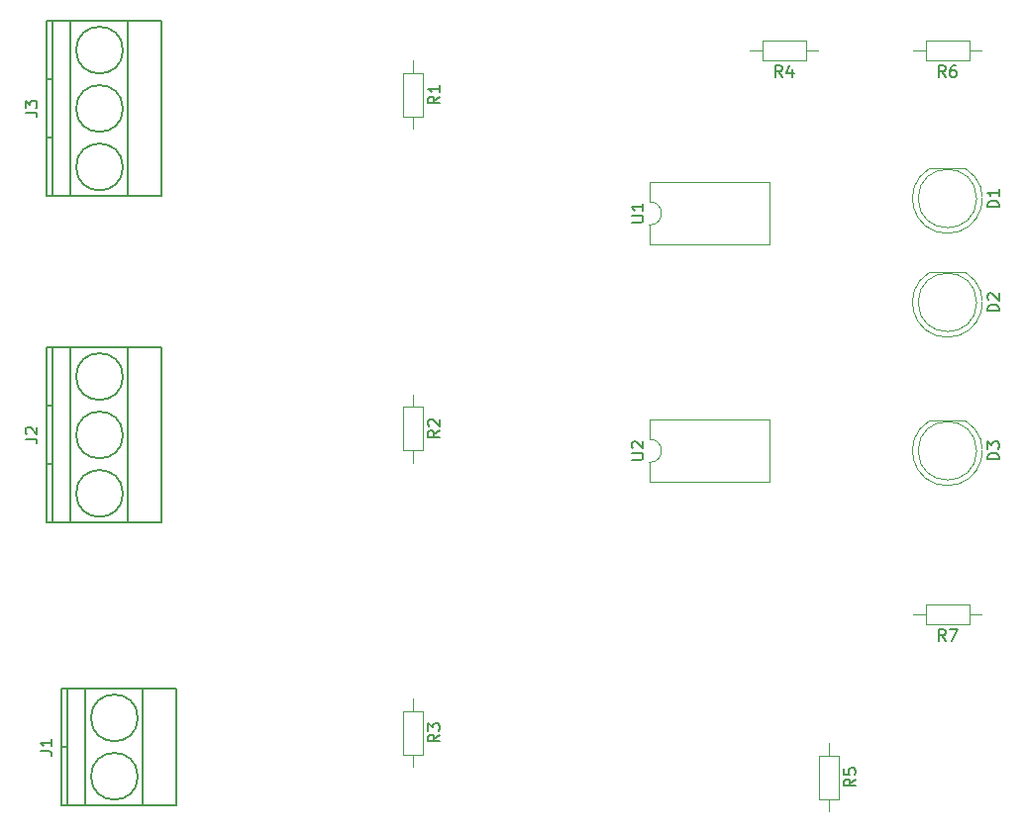
<source format=gbr>
G04 #@! TF.FileFunction,Legend,Top*
%FSLAX46Y46*%
G04 Gerber Fmt 4.6, Leading zero omitted, Abs format (unit mm)*
G04 Created by KiCad (PCBNEW 4.0.6) date 09/27/17 00:30:41*
%MOMM*%
%LPD*%
G01*
G04 APERTURE LIST*
%ADD10C,0.100000*%
%ADD11C,0.150000*%
%ADD12C,0.120000*%
G04 APERTURE END LIST*
D10*
D11*
X116200000Y-82390000D02*
G75*
G03X116200000Y-82390000I-2000000J0D01*
G01*
X110200000Y-79890000D02*
X109700000Y-79890000D01*
X110200000Y-74890000D02*
X109700000Y-74890000D01*
X116200000Y-77390000D02*
G75*
G03X116200000Y-77390000I-2000000J0D01*
G01*
X116200000Y-72390000D02*
G75*
G03X116200000Y-72390000I-2000000J0D01*
G01*
X111700000Y-69890000D02*
X111700000Y-84890000D01*
X116600000Y-69890000D02*
X116600000Y-84890000D01*
X110200000Y-69890000D02*
X110200000Y-84890000D01*
X109700000Y-69890000D02*
X109700000Y-84890000D01*
X109700000Y-84890000D02*
X119500000Y-84890000D01*
X119500000Y-84890000D02*
X119500000Y-69890000D01*
X119500000Y-69890000D02*
X109700000Y-69890000D01*
D12*
X161230000Y-77740000D02*
G75*
G02X161230000Y-79740000I0J-1000000D01*
G01*
X161230000Y-79740000D02*
X161230000Y-81390000D01*
X161230000Y-81390000D02*
X171510000Y-81390000D01*
X171510000Y-81390000D02*
X171510000Y-76090000D01*
X171510000Y-76090000D02*
X161230000Y-76090000D01*
X161230000Y-76090000D02*
X161230000Y-77740000D01*
X161230000Y-57420000D02*
G75*
G02X161230000Y-59420000I0J-1000000D01*
G01*
X161230000Y-59420000D02*
X161230000Y-61070000D01*
X161230000Y-61070000D02*
X171510000Y-61070000D01*
X171510000Y-61070000D02*
X171510000Y-55770000D01*
X171510000Y-55770000D02*
X161230000Y-55770000D01*
X161230000Y-55770000D02*
X161230000Y-57420000D01*
X188550000Y-93570000D02*
X188550000Y-91850000D01*
X188550000Y-91850000D02*
X184830000Y-91850000D01*
X184830000Y-91850000D02*
X184830000Y-93570000D01*
X184830000Y-93570000D02*
X188550000Y-93570000D01*
X189620000Y-92710000D02*
X188550000Y-92710000D01*
X183760000Y-92710000D02*
X184830000Y-92710000D01*
X188550000Y-45310000D02*
X188550000Y-43590000D01*
X188550000Y-43590000D02*
X184830000Y-43590000D01*
X184830000Y-43590000D02*
X184830000Y-45310000D01*
X184830000Y-45310000D02*
X188550000Y-45310000D01*
X189620000Y-44450000D02*
X188550000Y-44450000D01*
X183760000Y-44450000D02*
X184830000Y-44450000D01*
X177390000Y-104820000D02*
X175670000Y-104820000D01*
X175670000Y-104820000D02*
X175670000Y-108540000D01*
X175670000Y-108540000D02*
X177390000Y-108540000D01*
X177390000Y-108540000D02*
X177390000Y-104820000D01*
X176530000Y-103750000D02*
X176530000Y-104820000D01*
X176530000Y-109610000D02*
X176530000Y-108540000D01*
X174580000Y-45310000D02*
X174580000Y-43590000D01*
X174580000Y-43590000D02*
X170860000Y-43590000D01*
X170860000Y-43590000D02*
X170860000Y-45310000D01*
X170860000Y-45310000D02*
X174580000Y-45310000D01*
X175650000Y-44450000D02*
X174580000Y-44450000D01*
X169790000Y-44450000D02*
X170860000Y-44450000D01*
X141830000Y-101010000D02*
X140110000Y-101010000D01*
X140110000Y-101010000D02*
X140110000Y-104730000D01*
X140110000Y-104730000D02*
X141830000Y-104730000D01*
X141830000Y-104730000D02*
X141830000Y-101010000D01*
X140970000Y-99940000D02*
X140970000Y-101010000D01*
X140970000Y-105800000D02*
X140970000Y-104730000D01*
X141830000Y-74975000D02*
X140110000Y-74975000D01*
X140110000Y-74975000D02*
X140110000Y-78695000D01*
X140110000Y-78695000D02*
X141830000Y-78695000D01*
X141830000Y-78695000D02*
X141830000Y-74975000D01*
X140970000Y-73905000D02*
X140970000Y-74975000D01*
X140970000Y-79765000D02*
X140970000Y-78695000D01*
X141830000Y-46400000D02*
X140110000Y-46400000D01*
X140110000Y-46400000D02*
X140110000Y-50120000D01*
X140110000Y-50120000D02*
X141830000Y-50120000D01*
X141830000Y-50120000D02*
X141830000Y-46400000D01*
X140970000Y-45330000D02*
X140970000Y-46400000D01*
X140970000Y-51190000D02*
X140970000Y-50120000D01*
D11*
X116200000Y-54450000D02*
G75*
G03X116200000Y-54450000I-2000000J0D01*
G01*
X110200000Y-51950000D02*
X109700000Y-51950000D01*
X110200000Y-46950000D02*
X109700000Y-46950000D01*
X116200000Y-49450000D02*
G75*
G03X116200000Y-49450000I-2000000J0D01*
G01*
X116200000Y-44450000D02*
G75*
G03X116200000Y-44450000I-2000000J0D01*
G01*
X111700000Y-41950000D02*
X111700000Y-56950000D01*
X116600000Y-41950000D02*
X116600000Y-56950000D01*
X110200000Y-41950000D02*
X110200000Y-56950000D01*
X109700000Y-41950000D02*
X109700000Y-56950000D01*
X109700000Y-56950000D02*
X119500000Y-56950000D01*
X119500000Y-56950000D02*
X119500000Y-41950000D01*
X119500000Y-41950000D02*
X109700000Y-41950000D01*
X111470000Y-104100000D02*
X110970000Y-104100000D01*
X117470000Y-106600000D02*
G75*
G03X117470000Y-106600000I-2000000J0D01*
G01*
X117470000Y-101600000D02*
G75*
G03X117470000Y-101600000I-2000000J0D01*
G01*
X112970000Y-99100000D02*
X112970000Y-109100000D01*
X117870000Y-99100000D02*
X117870000Y-109100000D01*
X111470000Y-99100000D02*
X111470000Y-109100000D01*
X110970000Y-99100000D02*
X110970000Y-109100000D01*
X110970000Y-109100000D02*
X120770000Y-109100000D01*
X120770000Y-109100000D02*
X120770000Y-99100000D01*
X120770000Y-99100000D02*
X110970000Y-99100000D01*
D12*
X186689538Y-69030000D02*
G75*
G03X188234830Y-63480000I462J2990000D01*
G01*
X186690462Y-69030000D02*
G75*
G02X185145170Y-63480000I-462J2990000D01*
G01*
X189190000Y-66040000D02*
G75*
G03X189190000Y-66040000I-2500000J0D01*
G01*
X188235000Y-63480000D02*
X185145000Y-63480000D01*
X186689538Y-60140000D02*
G75*
G03X188234830Y-54590000I462J2990000D01*
G01*
X186690462Y-60140000D02*
G75*
G02X185145170Y-54590000I-462J2990000D01*
G01*
X189190000Y-57150000D02*
G75*
G03X189190000Y-57150000I-2500000J0D01*
G01*
X188235000Y-54590000D02*
X185145000Y-54590000D01*
X186689538Y-81730000D02*
G75*
G03X188234830Y-76180000I462J2990000D01*
G01*
X186690462Y-81730000D02*
G75*
G02X185145170Y-76180000I-462J2990000D01*
G01*
X189190000Y-78740000D02*
G75*
G03X189190000Y-78740000I-2500000J0D01*
G01*
X188235000Y-76180000D02*
X185145000Y-76180000D01*
D11*
X107852381Y-77723333D02*
X108566667Y-77723333D01*
X108709524Y-77770953D01*
X108804762Y-77866191D01*
X108852381Y-78009048D01*
X108852381Y-78104286D01*
X107947619Y-77294762D02*
X107900000Y-77247143D01*
X107852381Y-77151905D01*
X107852381Y-76913809D01*
X107900000Y-76818571D01*
X107947619Y-76770952D01*
X108042857Y-76723333D01*
X108138095Y-76723333D01*
X108280952Y-76770952D01*
X108852381Y-77342381D01*
X108852381Y-76723333D01*
X159682381Y-79501905D02*
X160491905Y-79501905D01*
X160587143Y-79454286D01*
X160634762Y-79406667D01*
X160682381Y-79311429D01*
X160682381Y-79120952D01*
X160634762Y-79025714D01*
X160587143Y-78978095D01*
X160491905Y-78930476D01*
X159682381Y-78930476D01*
X159777619Y-78501905D02*
X159730000Y-78454286D01*
X159682381Y-78359048D01*
X159682381Y-78120952D01*
X159730000Y-78025714D01*
X159777619Y-77978095D01*
X159872857Y-77930476D01*
X159968095Y-77930476D01*
X160110952Y-77978095D01*
X160682381Y-78549524D01*
X160682381Y-77930476D01*
X159682381Y-59181905D02*
X160491905Y-59181905D01*
X160587143Y-59134286D01*
X160634762Y-59086667D01*
X160682381Y-58991429D01*
X160682381Y-58800952D01*
X160634762Y-58705714D01*
X160587143Y-58658095D01*
X160491905Y-58610476D01*
X159682381Y-58610476D01*
X160682381Y-57610476D02*
X160682381Y-58181905D01*
X160682381Y-57896191D02*
X159682381Y-57896191D01*
X159825238Y-57991429D01*
X159920476Y-58086667D01*
X159968095Y-58181905D01*
X186523334Y-95022381D02*
X186190000Y-94546190D01*
X185951905Y-95022381D02*
X185951905Y-94022381D01*
X186332858Y-94022381D01*
X186428096Y-94070000D01*
X186475715Y-94117619D01*
X186523334Y-94212857D01*
X186523334Y-94355714D01*
X186475715Y-94450952D01*
X186428096Y-94498571D01*
X186332858Y-94546190D01*
X185951905Y-94546190D01*
X186856667Y-94022381D02*
X187523334Y-94022381D01*
X187094762Y-95022381D01*
X186523334Y-46762381D02*
X186190000Y-46286190D01*
X185951905Y-46762381D02*
X185951905Y-45762381D01*
X186332858Y-45762381D01*
X186428096Y-45810000D01*
X186475715Y-45857619D01*
X186523334Y-45952857D01*
X186523334Y-46095714D01*
X186475715Y-46190952D01*
X186428096Y-46238571D01*
X186332858Y-46286190D01*
X185951905Y-46286190D01*
X187380477Y-45762381D02*
X187190000Y-45762381D01*
X187094762Y-45810000D01*
X187047143Y-45857619D01*
X186951905Y-46000476D01*
X186904286Y-46190952D01*
X186904286Y-46571905D01*
X186951905Y-46667143D01*
X186999524Y-46714762D01*
X187094762Y-46762381D01*
X187285239Y-46762381D01*
X187380477Y-46714762D01*
X187428096Y-46667143D01*
X187475715Y-46571905D01*
X187475715Y-46333810D01*
X187428096Y-46238571D01*
X187380477Y-46190952D01*
X187285239Y-46143333D01*
X187094762Y-46143333D01*
X186999524Y-46190952D01*
X186951905Y-46238571D01*
X186904286Y-46333810D01*
X178842381Y-106846666D02*
X178366190Y-107180000D01*
X178842381Y-107418095D02*
X177842381Y-107418095D01*
X177842381Y-107037142D01*
X177890000Y-106941904D01*
X177937619Y-106894285D01*
X178032857Y-106846666D01*
X178175714Y-106846666D01*
X178270952Y-106894285D01*
X178318571Y-106941904D01*
X178366190Y-107037142D01*
X178366190Y-107418095D01*
X177842381Y-105941904D02*
X177842381Y-106418095D01*
X178318571Y-106465714D01*
X178270952Y-106418095D01*
X178223333Y-106322857D01*
X178223333Y-106084761D01*
X178270952Y-105989523D01*
X178318571Y-105941904D01*
X178413810Y-105894285D01*
X178651905Y-105894285D01*
X178747143Y-105941904D01*
X178794762Y-105989523D01*
X178842381Y-106084761D01*
X178842381Y-106322857D01*
X178794762Y-106418095D01*
X178747143Y-106465714D01*
X172553334Y-46762381D02*
X172220000Y-46286190D01*
X171981905Y-46762381D02*
X171981905Y-45762381D01*
X172362858Y-45762381D01*
X172458096Y-45810000D01*
X172505715Y-45857619D01*
X172553334Y-45952857D01*
X172553334Y-46095714D01*
X172505715Y-46190952D01*
X172458096Y-46238571D01*
X172362858Y-46286190D01*
X171981905Y-46286190D01*
X173410477Y-46095714D02*
X173410477Y-46762381D01*
X173172381Y-45714762D02*
X172934286Y-46429048D01*
X173553334Y-46429048D01*
X143282381Y-103036666D02*
X142806190Y-103370000D01*
X143282381Y-103608095D02*
X142282381Y-103608095D01*
X142282381Y-103227142D01*
X142330000Y-103131904D01*
X142377619Y-103084285D01*
X142472857Y-103036666D01*
X142615714Y-103036666D01*
X142710952Y-103084285D01*
X142758571Y-103131904D01*
X142806190Y-103227142D01*
X142806190Y-103608095D01*
X142282381Y-102703333D02*
X142282381Y-102084285D01*
X142663333Y-102417619D01*
X142663333Y-102274761D01*
X142710952Y-102179523D01*
X142758571Y-102131904D01*
X142853810Y-102084285D01*
X143091905Y-102084285D01*
X143187143Y-102131904D01*
X143234762Y-102179523D01*
X143282381Y-102274761D01*
X143282381Y-102560476D01*
X143234762Y-102655714D01*
X143187143Y-102703333D01*
X143282381Y-77001666D02*
X142806190Y-77335000D01*
X143282381Y-77573095D02*
X142282381Y-77573095D01*
X142282381Y-77192142D01*
X142330000Y-77096904D01*
X142377619Y-77049285D01*
X142472857Y-77001666D01*
X142615714Y-77001666D01*
X142710952Y-77049285D01*
X142758571Y-77096904D01*
X142806190Y-77192142D01*
X142806190Y-77573095D01*
X142377619Y-76620714D02*
X142330000Y-76573095D01*
X142282381Y-76477857D01*
X142282381Y-76239761D01*
X142330000Y-76144523D01*
X142377619Y-76096904D01*
X142472857Y-76049285D01*
X142568095Y-76049285D01*
X142710952Y-76096904D01*
X143282381Y-76668333D01*
X143282381Y-76049285D01*
X143282381Y-48426666D02*
X142806190Y-48760000D01*
X143282381Y-48998095D02*
X142282381Y-48998095D01*
X142282381Y-48617142D01*
X142330000Y-48521904D01*
X142377619Y-48474285D01*
X142472857Y-48426666D01*
X142615714Y-48426666D01*
X142710952Y-48474285D01*
X142758571Y-48521904D01*
X142806190Y-48617142D01*
X142806190Y-48998095D01*
X143282381Y-47474285D02*
X143282381Y-48045714D01*
X143282381Y-47760000D02*
X142282381Y-47760000D01*
X142425238Y-47855238D01*
X142520476Y-47950476D01*
X142568095Y-48045714D01*
X107852381Y-49783333D02*
X108566667Y-49783333D01*
X108709524Y-49830953D01*
X108804762Y-49926191D01*
X108852381Y-50069048D01*
X108852381Y-50164286D01*
X107852381Y-49402381D02*
X107852381Y-48783333D01*
X108233333Y-49116667D01*
X108233333Y-48973809D01*
X108280952Y-48878571D01*
X108328571Y-48830952D01*
X108423810Y-48783333D01*
X108661905Y-48783333D01*
X108757143Y-48830952D01*
X108804762Y-48878571D01*
X108852381Y-48973809D01*
X108852381Y-49259524D01*
X108804762Y-49354762D01*
X108757143Y-49402381D01*
X109122381Y-104433333D02*
X109836667Y-104433333D01*
X109979524Y-104480953D01*
X110074762Y-104576191D01*
X110122381Y-104719048D01*
X110122381Y-104814286D01*
X110122381Y-103433333D02*
X110122381Y-104004762D01*
X110122381Y-103719048D02*
X109122381Y-103719048D01*
X109265238Y-103814286D01*
X109360476Y-103909524D01*
X109408095Y-104004762D01*
X191102381Y-66778095D02*
X190102381Y-66778095D01*
X190102381Y-66540000D01*
X190150000Y-66397142D01*
X190245238Y-66301904D01*
X190340476Y-66254285D01*
X190530952Y-66206666D01*
X190673810Y-66206666D01*
X190864286Y-66254285D01*
X190959524Y-66301904D01*
X191054762Y-66397142D01*
X191102381Y-66540000D01*
X191102381Y-66778095D01*
X190197619Y-65825714D02*
X190150000Y-65778095D01*
X190102381Y-65682857D01*
X190102381Y-65444761D01*
X190150000Y-65349523D01*
X190197619Y-65301904D01*
X190292857Y-65254285D01*
X190388095Y-65254285D01*
X190530952Y-65301904D01*
X191102381Y-65873333D01*
X191102381Y-65254285D01*
X191102381Y-57888095D02*
X190102381Y-57888095D01*
X190102381Y-57650000D01*
X190150000Y-57507142D01*
X190245238Y-57411904D01*
X190340476Y-57364285D01*
X190530952Y-57316666D01*
X190673810Y-57316666D01*
X190864286Y-57364285D01*
X190959524Y-57411904D01*
X191054762Y-57507142D01*
X191102381Y-57650000D01*
X191102381Y-57888095D01*
X191102381Y-56364285D02*
X191102381Y-56935714D01*
X191102381Y-56650000D02*
X190102381Y-56650000D01*
X190245238Y-56745238D01*
X190340476Y-56840476D01*
X190388095Y-56935714D01*
X191102381Y-79478095D02*
X190102381Y-79478095D01*
X190102381Y-79240000D01*
X190150000Y-79097142D01*
X190245238Y-79001904D01*
X190340476Y-78954285D01*
X190530952Y-78906666D01*
X190673810Y-78906666D01*
X190864286Y-78954285D01*
X190959524Y-79001904D01*
X191054762Y-79097142D01*
X191102381Y-79240000D01*
X191102381Y-79478095D01*
X190102381Y-78573333D02*
X190102381Y-77954285D01*
X190483333Y-78287619D01*
X190483333Y-78144761D01*
X190530952Y-78049523D01*
X190578571Y-78001904D01*
X190673810Y-77954285D01*
X190911905Y-77954285D01*
X191007143Y-78001904D01*
X191054762Y-78049523D01*
X191102381Y-78144761D01*
X191102381Y-78430476D01*
X191054762Y-78525714D01*
X191007143Y-78573333D01*
M02*

</source>
